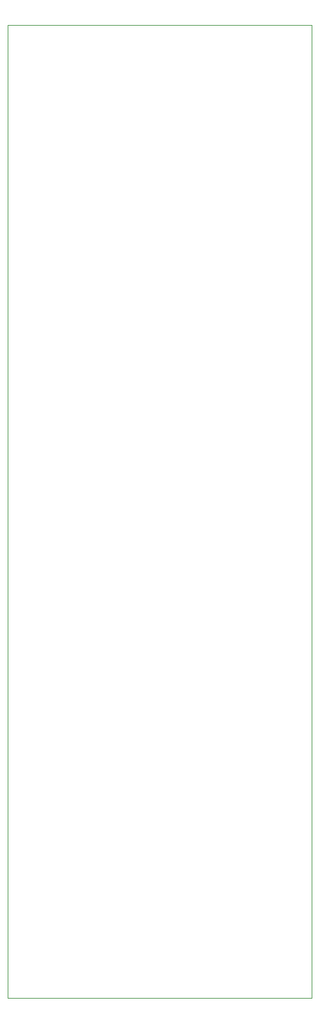
<source format=gbr>
G04 #@! TF.FileFunction,Profile,NP*
%FSLAX46Y46*%
G04 Gerber Fmt 4.6, Leading zero omitted, Abs format (unit mm)*
G04 Created by KiCad (PCBNEW 4.0.7) date 05/20/19 09:48:52*
%MOMM*%
%LPD*%
G01*
G04 APERTURE LIST*
%ADD10C,0.100000*%
G04 APERTURE END LIST*
D10*
X98806000Y-171094400D02*
X98806000Y-42672000D01*
X58674000Y-171094400D02*
X58674000Y-42672000D01*
X58674000Y-171094400D02*
X98806000Y-171094400D01*
X58674000Y-42672000D02*
X98806000Y-42672000D01*
M02*

</source>
